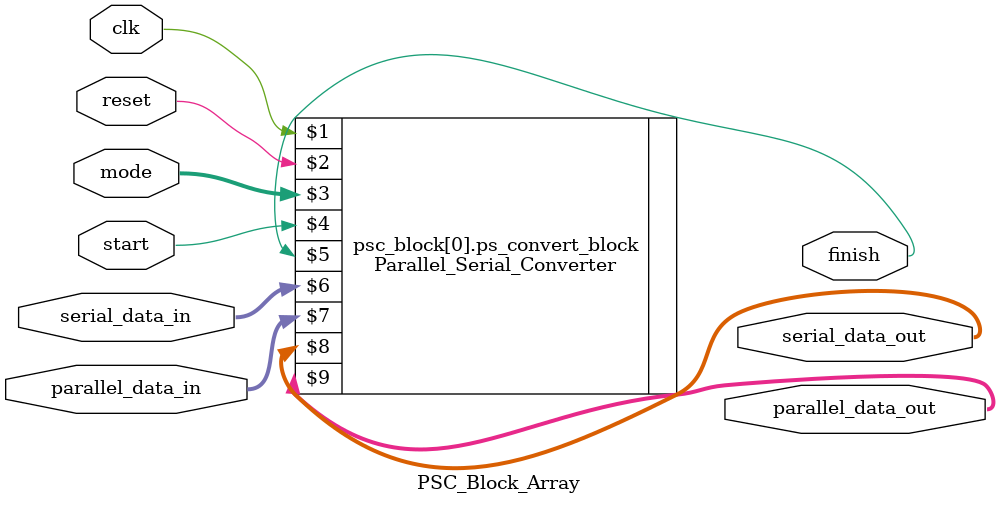
<source format=v>
`timescale 1ns / 1ps


module PSC_Block_Array
    #(parameter MAX_WORD_LENGTH = 32, parameter[7:0] TILE_DIM = 8'h01)(
        input clk, 
        input reset, 
        input [1:0] mode,
        input start,
        output finish,
        input [8*TILE_DIM-1:0] serial_data_in,
        input [4*MAX_WORD_LENGTH*TILE_DIM-1:0] parallel_data_in,
        output[8*TILE_DIM-1:0] serial_data_out,
        output[4*MAX_WORD_LENGTH*TILE_DIM-1:0] parallel_data_out
    );
    

genvar gi;
// generate and endgenerate is optional
generate
    for (gi=0; gi<TILE_DIM; gi=gi+1) begin : psc_block
        Parallel_Serial_Converter # (1, MAX_WORD_LENGTH, MAX_WORD_LENGTH) ps_convert_block
        (
            clk,  
            reset, 
            mode,
            start,
            finish,
            serial_data_in[8*gi+:8],
            parallel_data_in[4*MAX_WORD_LENGTH*gi+:4*MAX_WORD_LENGTH],
            serial_data_out[8*gi+:8],
            parallel_data_out[4*MAX_WORD_LENGTH*gi+:4*MAX_WORD_LENGTH]
        );
    end
endgenerate
endmodule
</source>
